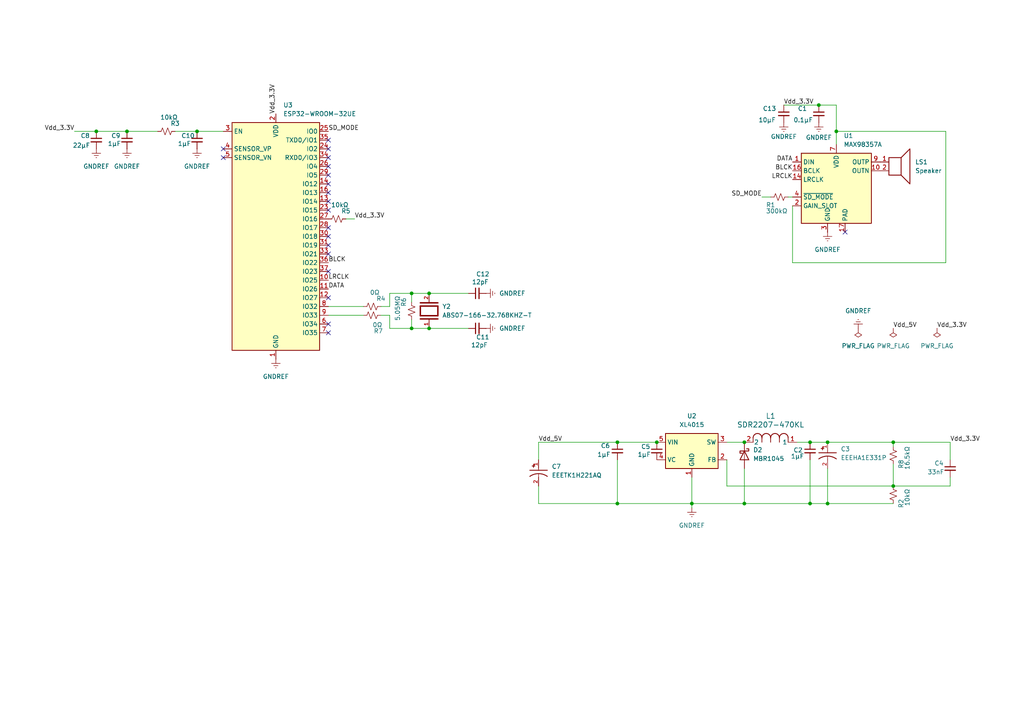
<source format=kicad_sch>
(kicad_sch (version 20250114) (generator "eeschema") (generator_version "9.0")
  (paper "A4")
  (lib_symbols
    (symbol "2025-11-03_09-40-57:SDR2207-470KL" (pin_names (offset 0.254))
      (property "Reference" "L" (at 6.985 5.08 0))
      (property "Value" "SDR2207-470KL" (at 6.985 -2.54 0))
      (symbol "SDR2207-470KL_1_1"
        (polyline (pts (xy 2.54 0) (xy 2.54 1.27)) (stroke (width 0.2032)))
        (arc (start 2.54 1.27) (mid 3.81 2.5344) (end 5.08 1.27) (stroke (width 0.254)))
        (polyline (pts (xy 5.08 0) (xy 5.08 1.27)) (stroke (width 0.2032)))
        (arc (start 5.08 1.27) (mid 6.35 2.5344) (end 7.62 1.27) (stroke (width 0.254)))
        (polyline (pts (xy 7.62 0) (xy 7.62 1.27)) (stroke (width 0.2032)))
        (arc (start 7.62 1.27) (mid 8.89 2.5344) (end 10.16 1.27) (stroke (width 0.254)))
        (polyline (pts (xy 10.16 0) (xy 10.16 1.27)) (stroke (width 0.2032)))
        (arc (start 10.16 1.27) (mid 11.43 2.5344) (end 12.7 1.27) (stroke (width 0.254)))
        (polyline (pts (xy 12.7 0) (xy 12.7 1.27)) (stroke (width 0.2032)))
        (pin unspecified line (at 0 0 0) (length 2.54) (name "2") (number "2"))
        (pin unspecified line (at 15.24 0 180) (length 2.54) (name "1") (number "1"))
      )
      (symbol "SDR2207-470KL_1_2"
        (arc (start -1.27 10.16) (mid -2.5344 11.43) (end -1.27 12.7) (stroke (width 0.254)))
        (arc (start -1.27 7.62) (mid -2.5344 8.89) (end -1.27 10.16) (stroke (width 0.254)))
        (arc (start -1.27 5.08) (mid -2.5344 6.35) (end -1.27 7.62) (stroke (width 0.254)))
        (arc (start -1.27 2.54) (mid -2.5344 3.81) (end -1.27 5.08) (stroke (width 0.254)))
        (polyline (pts (xy 0 12.7) (xy -1.27 12.7)) (stroke (width 0.2032)))
        (polyline (pts (xy 0 10.16) (xy -1.27 10.16)) (stroke (width 0.2032)))
        (polyline (pts (xy 0 7.62) (xy -1.27 7.62)) (stroke (width 0.2032)))
        (polyline (pts (xy 0 5.08) (xy -1.27 5.08)) (stroke (width 0.2032)))
        (polyline (pts (xy 0 2.54) (xy -1.27 2.54)) (stroke (width 0.2032)))
        (pin unspecified line (at 0 15.24 270) (length 2.54) (name "1") (number "1"))
        (pin unspecified line (at 0 0 90) (length 2.54) (name "2") (number "2"))
      )
    )
    (symbol "ABS07-166-32.768KHZ-T:ABS07-166-32.768KHZ-T" (pin_names (offset 1.016))
      (property "Reference" "Y" (at -5.0878 3.8159 0))
      (property "Value" "ABS07-166-32.768KHZ-T" (at -5.0944 -5.0944 0))
      (symbol "ABS07-166-32.768KHZ-T_0_0"
        (polyline (pts (xy -2.3368 2.54) (xy -2.3368 -2.54)) (stroke (width 0.4064)))
        (polyline (pts (xy -1.397 2.54) (xy -1.397 -2.54)) (stroke (width 0.4064)))
        (polyline (pts (xy -1.397 2.54) (xy 1.397 2.54)) (stroke (width 0.4064)))
        (polyline (pts (xy 1.397 2.54) (xy 1.397 -2.54)) (stroke (width 0.4064)))
        (polyline (pts (xy 1.397 -2.54) (xy -1.397 -2.54)) (stroke (width 0.4064)))
        (polyline (pts (xy 2.3368 2.54) (xy 2.3368 -2.54)) (stroke (width 0.4064)))
        (pin passive line (at -5.08 0 0) (length 2.54) (name "~") (number "1"))
        (pin passive line (at 5.08 0 180) (length 2.54) (name "~") (number "2"))
      )
    )
    (symbol "Audio:MAX98357A"
      (property "Reference" "U" (at -8.89 11.43 0))
      (property "Value" "MAX98357A" (at 10.16 11.43 0))
      (symbol "MAX98357A_1_1"
        (rectangle (start -10.16 10.16) (end 10.16 -10.16) (stroke (width 0.254)) (fill (type background)))
        (pin input line (at -12.7 7.62 0) (length 2.54) (name "DIN") (number "1"))
        (pin input line (at -12.7 5.08 0) (length 2.54) (name "BCLK") (number "16"))
        (pin input line (at -12.7 2.54 0) (length 2.54) (name "LRCLK") (number "14"))
        (pin input line (at -12.7 -2.54 0) (length 2.54) (name "~{SD_MODE}") (number "4"))
        (pin passive line (at -12.7 -5.08 0) (length 2.54) (name "GAIN_SLOT") (number "2"))
        (pin passive line (at -2.54 -12.7 90) (length 2.54) (hide yes) (name "GND") (number "11"))
        (pin passive line (at -2.54 -12.7 90) (length 2.54) (hide yes) (name "GND") (number "15"))
        (pin power_in line (at -2.54 -12.7 90) (length 2.54) (name "GND") (number "3"))
        (pin power_in line (at 0 12.7 270) (length 2.54) (name "VDD") (number "7"))
        (pin passive line (at 0 12.7 270) (length 2.54) (hide yes) (name "VDD") (number "8"))
        (pin unspecified line (at 2.54 -12.7 90) (length 2.54) (name "PAD") (number "17"))
        (pin no_connect line (at 10.16 2.54 180) (length 2.54) (hide yes) (name "NC") (number "5"))
        (pin no_connect line (at 10.16 0 180) (length 2.54) (hide yes) (name "NC") (number "6"))
        (pin no_connect line (at 10.16 -5.08 180) (length 2.54) (hide yes) (name "NC") (number "12"))
        (pin no_connect line (at 10.16 -7.62 180) (length 2.54) (hide yes) (name "NC") (number "13"))
        (pin output line (at 12.7 7.62 180) (length 2.54) (name "OUTP") (number "9"))
        (pin output line (at 12.7 5.08 180) (length 2.54) (name "OUTN") (number "10"))
      )
    )
    (symbol "Device:C_Small" (pin_numbers (hide yes)) (pin_names (offset 0.254) (hide yes))
      (property "Reference" "C" (at 0.254 1.778 0))
      (property "Value" "C_Small" (at 0.254 -2.032 0))
      (symbol "C_Small_0_1"
        (polyline (pts (xy -1.524 0.508) (xy 1.524 0.508)) (stroke (width 0.3048)))
        (polyline (pts (xy -1.524 -0.508) (xy 1.524 -0.508)) (stroke (width 0.3302)))
      )
      (symbol "C_Small_1_1"
        (pin passive line (at 0 2.54 270) (length 2.032) (name "~") (number "1"))
        (pin passive line (at 0 -2.54 90) (length 2.032) (name "~") (number "2"))
      )
    )
    (symbol "Device:R_Small_US" (pin_numbers (hide yes)) (pin_names (offset 0.254) (hide yes))
      (property "Reference" "R" (at 0.762 0.508 0))
      (property "Value" "R_Small_US" (at 0.762 -1.016 0))
      (symbol "R_Small_US_1_1"
        (polyline (pts (xy 0 1.524) (xy 1.016 1.143) (xy 0 0.762) (xy -1.016 0.381) (xy 0 0)))
        (polyline (pts (xy 0 0) (xy 1.016 -0.381) (xy 0 -0.762) (xy -1.016 -1.143) (xy 0 -1.524)))
        (pin passive line (at 0 2.54 270) (length 1.016) (name "~") (number "1"))
        (pin passive line (at 0 -2.54 90) (length 1.016) (name "~") (number "2"))
      )
    )
    (symbol "Device:Speaker" (pin_names (offset 0) (hide yes))
      (property "Reference" "LS" (at 1.27 5.715 0))
      (property "Value" "Speaker" (at 1.27 3.81 0))
      (symbol "Speaker_0_0"
        (rectangle (start -2.54 1.27) (end 1.016 -3.81) (stroke (width 0.254)))
        (polyline (pts (xy 1.016 1.27) (xy 3.556 3.81) (xy 3.556 -6.35) (xy 1.016 -3.81)) (stroke (width 0.254)))
      )
      (symbol "Speaker_1_1"
        (pin input line (at -5.08 0 0) (length 2.54) (name "1") (number "1"))
        (pin input line (at -5.08 -2.54 0) (length 2.54) (name "2") (number "2"))
      )
    )
    (symbol "Diode:MBR745" (pin_numbers (hide yes)) (pin_names (offset 1.016) (hide yes))
      (property "Reference" "D" (at 0 2.54 0))
      (property "Value" "MBR745" (at 0 -2.54 0))
      (symbol "MBR745_0_1"
        (polyline (pts (xy -1.905 0.635) (xy -1.905 1.27) (xy -1.27 1.27) (xy -1.27 -1.27) (xy -0.635 -1.27) (xy -0.635 -0.635)) (stroke (width 0.254)))
        (polyline (pts (xy 1.27 1.27) (xy 1.27 -1.27) (xy -1.27 0) (xy 1.27 1.27)) (stroke (width 0.254)))
        (polyline (pts (xy 1.27 0) (xy -1.27 0)))
      )
      (symbol "MBR745_1_1"
        (pin passive line (at -3.81 0 0) (length 2.54) (name "K") (number "1"))
        (pin passive line (at 3.81 0 180) (length 2.54) (name "A") (number "2"))
      )
    )
    (symbol "EEEHA1E331P:EEEHA1E331P" (pin_names (offset 1.016))
      (property "Reference" "C" (at -2.54 3.81 0))
      (property "Value" "EEEHA1E331P" (at -2.54 -5.08 0))
      (symbol "EEEHA1E331P_0_0"
        (rectangle (start -1.173 -1.532) (end -0.284 -1.405) (stroke (width 0.1)) (fill (type outline)))
        (rectangle (start -0.792 -1.913) (end -0.665 -1.024) (stroke (width 0.1)) (fill (type outline)))
        (polyline (pts (xy 0 0) (xy 0.508 0)) (stroke (width 0.1524)))
        (polyline (pts (xy 0.508 2.54) (xy 0.508 0)) (stroke (width 0.254)))
        (polyline (pts (xy 0.508 0) (xy 0.508 -2.54)) (stroke (width 0.254)))
        (polyline (pts (xy 2.54 0) (xy 1.524 0)) (stroke (width 0.1524)))
        (arc (start 2.286 -2.54) (mid 1.4851 0) (end 2.286 2.54) (stroke (width 0.254)))
        (pin passive line (at -2.54 0 0) (length 2.54) (name "~") (number "1"))
        (pin passive line (at 5.08 0 180) (length 2.54) (name "~") (number "2"))
      )
    )
    (symbol "EEETK1H221AQ:EEETK1H221AQ" (pin_names (offset 1.016))
      (property "Reference" "C" (at -2.54 3.81 0))
      (property "Value" "EEETK1H221AQ" (at -2.54 -5.08 0))
      (symbol "EEETK1H221AQ_0_0"
        (rectangle (start -1.173 -1.532) (end -0.284 -1.405) (stroke (width 0.1)) (fill (type outline)))
        (rectangle (start -0.792 -1.913) (end -0.665 -1.024) (stroke (width 0.1)) (fill (type outline)))
        (polyline (pts (xy 0 0) (xy 0.508 0)) (stroke (width 0.1524)))
        (polyline (pts (xy 0.508 2.54) (xy 0.508 0)) (stroke (width 0.254)))
        (polyline (pts (xy 0.508 0) (xy 0.508 -2.54)) (stroke (width 0.254)))
        (polyline (pts (xy 2.54 0) (xy 1.524 0)) (stroke (width 0.1524)))
        (arc (start 2.286 -2.54) (mid 1.4851 0) (end 2.286 2.54) (stroke (width 0.254)))
        (pin passive line (at -2.54 0 0) (length 2.54) (name "~") (number "1"))
        (pin passive line (at 5.08 0 180) (length 2.54) (name "~") (number "2"))
      )
    )
    (symbol "RF_Module:ESP32-WROOM-32UE"
      (property "Reference" "U3" (at 2.1433 38.1 0))
      (property "Value" "ESP32-WROOM-32UE" (at 2.1433 35.56 0))
      (symbol "ESP32-WROOM-32UE_0_1"
        (rectangle (start -12.7 33.02) (end 12.7 -33.02) (stroke (width 0.254)) (fill (type background)))
      )
      (symbol "ESP32-WROOM-32UE_1_1"
        (pin input line (at -15.24 30.48 0) (length 2.54) (name "EN") (number "3"))
        (pin input line (at -15.24 25.4 0) (length 2.54) (name "SENSOR_VP") (number "4"))
        (pin input line (at -15.24 22.86 0) (length 2.54) (name "SENSOR_VN") (number "5"))
        (pin no_connect line (at -12.7 0 0) (length 2.54) (hide yes) (name "NC") (number "21"))
        (pin no_connect line (at -12.7 -2.54 0) (length 2.54) (hide yes) (name "NC") (number "22"))
        (pin no_connect line (at -12.7 -5.08 0) (length 2.54) (hide yes) (name "NC") (number "17"))
        (pin no_connect line (at -12.7 -7.62 0) (length 2.54) (hide yes) (name "NC") (number "18"))
        (pin no_connect line (at -12.7 -10.16 0) (length 2.54) (hide yes) (name "NC") (number "20"))
        (pin no_connect line (at -12.7 -12.7 0) (length 2.54) (hide yes) (name "NC") (number "19"))
        (pin no_connect line (at -12.7 -27.94 0) (length 2.54) (hide yes) (name "NC") (number "32"))
        (pin power_in line (at 0 35.56 270) (length 2.54) (name "VDD") (number "2"))
        (pin power_in line (at 0 -35.56 90) (length 2.54) (name "GND") (number "1"))
        (pin passive line (at 0 -35.56 90) (length 2.54) (hide yes) (name "GND") (number "15"))
        (pin passive line (at 0 -35.56 90) (length 2.54) (hide yes) (name "GND") (number "38"))
        (pin passive line (at 0 -35.56 90) (length 2.54) (hide yes) (name "GND") (number "39"))
        (pin bidirectional line (at 15.24 30.48 180) (length 2.54) (name "IO0") (number "25"))
        (pin bidirectional line (at 15.24 27.94 180) (length 2.54) (name "TXD0/IO1") (number "35"))
        (pin bidirectional line (at 15.24 25.4 180) (length 2.54) (name "IO2") (number "24"))
        (pin bidirectional line (at 15.24 22.86 180) (length 2.54) (name "RXD0/IO3") (number "34"))
        (pin bidirectional line (at 15.24 20.32 180) (length 2.54) (name "IO4") (number "26"))
        (pin bidirectional line (at 15.24 17.78 180) (length 2.54) (name "IO5") (number "29"))
        (pin bidirectional line (at 15.24 15.24 180) (length 2.54) (name "IO12") (number "14"))
        (pin bidirectional line (at 15.24 12.7 180) (length 2.54) (name "IO13") (number "16"))
        (pin bidirectional line (at 15.24 10.16 180) (length 2.54) (name "IO14") (number "13"))
        (pin bidirectional line (at 15.24 7.62 180) (length 2.54) (name "IO15") (number "23"))
        (pin bidirectional line (at 15.24 5.08 180) (length 2.54) (name "IO16") (number "27"))
        (pin bidirectional line (at 15.24 2.54 180) (length 2.54) (name "IO17") (number "28"))
        (pin bidirectional line (at 15.24 0 180) (length 2.54) (name "IO18") (number "30"))
        (pin bidirectional line (at 15.24 -2.54 180) (length 2.54) (name "IO19") (number "31"))
        (pin bidirectional line (at 15.24 -5.08 180) (length 2.54) (name "IO21") (number "33"))
        (pin bidirectional line (at 15.24 -7.62 180) (length 2.54) (name "IO22") (number "36"))
        (pin bidirectional line (at 15.24 -10.16 180) (length 2.54) (name "IO23") (number "37"))
        (pin bidirectional line (at 15.24 -12.7 180) (length 2.54) (name "IO25") (number "10"))
        (pin bidirectional line (at 15.24 -15.24 180) (length 2.54) (name "IO26") (number "11"))
        (pin bidirectional line (at 15.24 -17.78 180) (length 2.54) (name "IO27") (number "12"))
        (pin bidirectional line (at 15.24 -20.32 180) (length 2.54) (name "IO32") (number "8"))
        (pin bidirectional line (at 15.24 -22.86 180) (length 2.54) (name "IO33") (number "9"))
        (pin input line (at 15.24 -25.4 180) (length 2.54) (name "IO34") (number "6"))
        (pin input line (at 15.24 -27.94 180) (length 2.54) (name "IO35") (number "7"))
      )
    )
    (symbol "Regulator_Switching:XL4015"
      (property "Reference" "U?" (at -6.35 6.35 0))
      (property "Value" "XL4015" (at 6.35 6.35 0))
      (symbol "XL4015_0_1"
        (rectangle (start -7.62 5.08) (end 7.62 -5.08) (stroke (width 0.254)) (fill (type background)))
      )
      (symbol "XL4015_1_1"
        (pin power_in line (at -10.16 2.54 0) (length 2.54) (name "VIN") (number "5"))
        (pin input line (at -10.16 -2.54 0) (length 2.54) (name "VC") (number "4"))
        (pin power_in line (at 0 -7.62 90) (length 2.54) (name "GND") (number "1"))
        (pin power_out line (at 10.16 2.54 180) (length 2.54) (name "SW") (number "3"))
        (pin input line (at 10.16 -2.54 180) (length 2.54) (name "FB") (number "2"))
      )
    )
    (symbol "power:GNDREF" (power) (pin_numbers (hide yes)) (pin_names (offset 0) (hide yes))
      (property "Value" "GNDREF" (at 0 -3.81 0))
      (symbol "GNDREF_0_1"
        (polyline (pts (xy -0.635 -1.905) (xy 0.635 -1.905)))
        (polyline (pts (xy -0.127 -2.54) (xy 0.127 -2.54)))
        (polyline (pts (xy 0 -1.27) (xy 0 0)))
        (polyline (pts (xy 1.27 -1.27) (xy -1.27 -1.27)))
      )
      (symbol "GNDREF_1_1"
        (pin power_in line (at 0 0 270) (length 0) (name "~") (number "1"))
      )
    )
    (symbol "power:PWR_FLAG" (power) (pin_numbers (hide yes)) (pin_names (offset 0) (hide yes))
      (property "Value" "PWR_FLAG" (at 0 3.81 0))
      (symbol "PWR_FLAG_0_0"
        (pin power_out line (at 0 0 90) (length 0) (name "~") (number "1"))
      )
      (symbol "PWR_FLAG_0_1"
        (polyline (pts (xy 0 0) (xy 0 1.27) (xy -1.016 1.905) (xy 0 2.54) (xy 1.016 1.905) (xy 0 1.27)))
      )
    )
  )
  (junction (at 190.5 128.27))
  (junction (at 36.83 38.1))
  (junction (at 179.07 146.05))
  (junction (at 240.03 128.27))
  (junction (at 240.03 146.05))
  (junction (at 27.94 38.1))
  (junction (at 200.66 146.05))
  (junction (at 215.9 146.05))
  (junction (at 259.08 128.27))
  (junction (at 119.38 85.09))
  (junction (at 57.15 38.1))
  (junction (at 237.49 30.48))
  (junction (at 215.9 128.27))
  (junction (at 259.08 140.97))
  (junction (at 234.95 146.05))
  (junction (at 124.46 85.09))
  (junction (at 242.57 38.1))
  (junction (at 119.38 95.25))
  (junction (at 234.95 128.27))
  (junction (at 124.46 95.25))
  (junction (at 179.07 128.27))
  (no_connect (at 95.25 71.12))
  (no_connect (at 95.25 66.04))
  (no_connect (at 64.77 45.72))
  (no_connect (at 95.25 43.18))
  (no_connect (at 95.25 45.72))
  (no_connect (at 95.25 68.58))
  (no_connect (at 95.25 73.66))
  (no_connect (at 245.11 67.31))
  (no_connect (at 95.25 60.96))
  (no_connect (at 95.25 40.64))
  (no_connect (at 95.25 55.88))
  (no_connect (at 95.25 93.98))
  (no_connect (at 95.25 53.34))
  (no_connect (at 95.25 78.74))
  (no_connect (at 95.25 96.52))
  (no_connect (at 95.25 86.36))
  (no_connect (at 95.25 48.26))
  (no_connect (at 95.25 58.42))
  (no_connect (at 64.77 43.18))
  (no_connect (at 95.25 50.8))
  (wire (pts (xy 275.59 138.43) (xy 275.59 140.97)))
  (wire (pts (xy 179.07 128.27) (xy 190.5 128.27)))
  (wire (pts (xy 113.03 85.09) (xy 119.38 85.09)))
  (wire (pts (xy 119.38 95.25) (xy 124.46 95.25)))
  (wire (pts (xy 36.83 38.1) (xy 45.72 38.1)))
  (wire (pts (xy 240.03 135.89) (xy 240.03 146.05)))
  (wire (pts (xy 100.33 63.5) (xy 102.87 63.5)))
  (wire (pts (xy 210.82 140.97) (xy 259.08 140.97)))
  (wire (pts (xy 200.66 146.05) (xy 215.9 146.05)))
  (wire (pts (xy 210.82 133.35) (xy 210.82 140.97)))
  (wire (pts (xy 27.94 38.1) (xy 36.83 38.1)))
  (wire (pts (xy 275.59 128.27) (xy 259.08 128.27)))
  (wire (pts (xy 200.66 146.05) (xy 179.07 146.05)))
  (wire (pts (xy 223.52 57.15) (xy 220.98 57.15)))
  (wire (pts (xy 215.9 135.89) (xy 215.9 146.05)))
  (wire (pts (xy 227.33 30.48) (xy 237.49 30.48)))
  (wire (pts (xy 274.32 76.2) (xy 229.87 76.2)))
  (wire (pts (xy 179.07 146.05) (xy 179.07 133.35)))
  (wire (pts (xy 156.21 146.05) (xy 156.21 140.97)))
  (wire (pts (xy 113.03 95.25) (xy 119.38 95.25)))
  (wire (pts (xy 124.46 95.25) (xy 135.89 95.25)))
  (wire (pts (xy 95.25 88.9) (xy 105.41 88.9)))
  (wire (pts (xy 50.8 38.1) (xy 57.15 38.1)))
  (wire (pts (xy 275.59 128.27) (xy 275.59 133.35)))
  (wire (pts (xy 215.9 146.05) (xy 234.95 146.05)))
  (wire (pts (xy 234.95 133.35) (xy 234.95 146.05)))
  (wire (pts (xy 259.08 134.62) (xy 259.08 140.97)))
  (wire (pts (xy 95.25 91.44) (xy 105.41 91.44)))
  (wire (pts (xy 119.38 92.71) (xy 119.38 95.25)))
  (wire (pts (xy 200.66 138.43) (xy 200.66 146.05)))
  (wire (pts (xy 110.49 91.44) (xy 113.03 91.44)))
  (wire (pts (xy 259.08 140.97) (xy 275.59 140.97)))
  (wire (pts (xy 156.21 128.27) (xy 179.07 128.27)))
  (wire (pts (xy 231.14 128.27) (xy 234.95 128.27)))
  (wire (pts (xy 113.03 88.9) (xy 113.03 85.09)))
  (wire (pts (xy 110.49 88.9) (xy 113.03 88.9)))
  (wire (pts (xy 57.15 38.1) (xy 64.77 38.1)))
  (wire (pts (xy 234.95 128.27) (xy 240.03 128.27)))
  (wire (pts (xy 113.03 91.44) (xy 113.03 95.25)))
  (wire (pts (xy 242.57 38.1) (xy 242.57 30.48)))
  (wire (pts (xy 242.57 41.91) (xy 242.57 38.1)))
  (wire (pts (xy 234.95 146.05) (xy 240.03 146.05)))
  (wire (pts (xy 210.82 128.27) (xy 215.9 128.27)))
  (wire (pts (xy 242.57 38.1) (xy 274.32 38.1)))
  (wire (pts (xy 124.46 85.09) (xy 135.89 85.09)))
  (wire (pts (xy 228.6 57.15) (xy 229.87 57.15)))
  (wire (pts (xy 119.38 85.09) (xy 119.38 87.63)))
  (wire (pts (xy 156.21 128.27) (xy 156.21 133.35)))
  (wire (pts (xy 21.59 38.1) (xy 27.94 38.1)))
  (wire (pts (xy 179.07 146.05) (xy 156.21 146.05)))
  (wire (pts (xy 240.03 128.27) (xy 259.08 128.27)))
  (wire (pts (xy 200.66 147.32) (xy 200.66 146.05)))
  (wire (pts (xy 259.08 129.54) (xy 259.08 128.27)))
  (wire (pts (xy 237.49 30.48) (xy 242.57 30.48)))
  (wire (pts (xy 229.87 76.2) (xy 229.87 59.69)))
  (wire (pts (xy 274.32 38.1) (xy 274.32 76.2)))
  (wire (pts (xy 240.03 146.05) (xy 259.08 146.05)))
  (wire (pts (xy 119.38 85.09) (xy 124.46 85.09)))
  (label "BLCK" (at 229.87 49.53 180))
  (label "Vdd_5V" (at 259.08 95.25 0))
  (label "LRCLK" (at 95.25 81.28 0))
  (label "DATA" (at 229.87 46.99 180))
  (label "Vdd_5V" (at 156.21 128.27 0))
  (label "Vdd_3.3V" (at 227.33 30.48 0))
  (label "SD_MODE" (at 220.98 57.15 180))
  (label "BLCK" (at 95.25 76.2 0))
  (label "Vdd_3.3V" (at 80.01 33.02 90))
  (label "DATA" (at 95.25 83.82 0))
  (label "LRCLK" (at 229.87 52.07 180))
  (label "Vdd_3.3V" (at 271.78 95.25 0))
  (label "Vdd_3.3V" (at 102.87 63.5 0))
  (label "SD_MODE" (at 95.25 38.1 0))
  (label "Vdd_3.3V" (at 21.59 38.1 180))
  (label "Vdd_3.3V" (at 275.59 128.27 0))
  (symbol (lib_id "power:PWR_FLAG") (at 248.92 95.25 180) (unit 1)
    (property "Reference" "#FLG03" (effects (hide yes)))
    (property "Value" "PWR_FLAG" (at 248.92 100.33 0))
    (property "Description" "Special symbol for telling ERC where power comes from" (effects (hide yes)))
  )
  (symbol (lib_id "Device:C_Small") (at 190.5 130.81 0) (unit 1)
    (property "Reference" "C5" (at 185.928 129.54 0) (effects (justify left)))
    (property "Value" "1µF" (at 184.912 131.826 0) (effects (justify left)))
    (property "Footprint" "Capacitor_SMD:C_0603_1608Metric_Pad1.08x0.95mm_HandSolder" (effects (hide yes)))
    (property "Description" "Unpolarized capacitor, small symbol" (effects (hide yes)))
  )
  (symbol (lib_id "power:GNDREF") (at 227.33 35.56 0) (unit 1)
    (property "Reference" "#PWR02" (effects (hide yes)))
    (property "Value" "GNDREF" (at 227.33 39.624 0))
    (property "Description" "Power symbol creates a global label with name \"GNDREF\" , reference supply ground" (effects (hide yes)))
  )
  (symbol (lib_id "Device:C_Small") (at 227.33 33.02 0) (unit 1)
    (property "Reference" "C13" (at 221.234 31.496 0) (effects (justify left)))
    (property "Value" "10µF" (at 219.964 34.798 0) (effects (justify left)))
    (property "Footprint" "Capacitor_SMD:C_0603_1608Metric_Pad1.08x0.95mm_HandSolder" (effects (hide yes)))
    (property "Description" "Unpolarized capacitor, small symbol" (effects (hide yes)))
  )
  (symbol (lib_id "EEEHA1E331P:EEEHA1E331P") (at 240.03 130.81 270) (unit 1)
    (property "Reference" "C3" (at 243.84 130.2365 90) (effects (justify left)))
    (property "Value" "EEEHA1E331P" (at 243.84 132.7765 90) (effects (justify left)))
    (property "Footprint" "EEE_HA1E331P:CAP_EEEHA1E331P" (effects (hide yes)))
    (property "PARTREV" "10-Oct-19" (effects (hide yes)))
    (property "STANDARD" "Manufacturer Recommendations" (effects (hide yes)))
    (property "MAXIMUM_PACKAGE_HEIGHT" "10.2mm" (effects (hide yes)))
    (property "MANUFACTURER" "Panasonic" (effects (hide yes)))
  )
  (symbol (lib_id "Regulator_Switching:XL4015") (at 200.66 130.81 0) (unit 1)
    (property "Reference" "U2" (at 200.66 120.65 0))
    (property "Value" "XL4015" (at 200.66 123.19 0))
    (property "Footprint" "Package_TO_SOT_SMD:TO-263-5_TabPin3" (effects (hide yes)))
    (property "Datasheet" "http://www.xlsemi.net/datasheet/XL4015%20datasheet-English.pdf" (effects (hide yes)))
    (property "Description" "5A 180kHz 36V Buck DC to DC Converter" (effects (hide yes)))
  )
  (symbol (lib_id "Device:C_Small") (at 179.07 130.81 0) (unit 1)
    (property "Reference" "C6" (at 174.244 129.286 0) (effects (justify left)))
    (property "Value" "1µF" (at 173.228 131.826 0) (effects (justify left)))
    (property "Footprint" "Capacitor_SMD:C_0603_1608Metric_Pad1.08x0.95mm_HandSolder" (effects (hide yes)))
    (property "Description" "Unpolarized capacitor, small symbol" (effects (hide yes)))
  )
  (symbol (lib_id "power:GNDREF") (at 27.94 43.18 0) (unit 1)
    (property "Reference" "#PWR06" (effects (hide yes)))
    (property "Value" "GNDREF" (at 27.94 48.26 0))
    (property "Description" "Power symbol creates a global label with name \"GNDREF\" , reference supply ground" (effects (hide yes)))
  )
  (symbol (lib_id "Device:R_Small_US") (at 97.79 63.5 270) (unit 1)
    (property "Reference" "R5" (at 100.33 61.214 90))
    (property "Value" "10kΩ" (at 98.552 59.436 90))
    (property "Footprint" "Resistor_SMD:R_0603_1608Metric_Pad0.98x0.95mm_HandSolder" (effects (hide yes)))
    (property "Description" "Resistor, small US symbol" (effects (hide yes)))
  )
  (symbol (lib_id "Device:R_Small_US") (at 107.95 91.44 270) (unit 1)
    (property "Reference" "R7" (at 109.728 96.012 90))
    (property "Value" "0Ω" (at 109.474 94.234 90))
    (property "Footprint" "Resistor_SMD:R_0603_1608Metric_Pad0.98x0.95mm_HandSolder" (effects (hide yes)))
    (property "Description" "Resistor, small US symbol" (effects (hide yes)))
  )
  (symbol (lib_id "power:GNDREF") (at 200.66 147.32 0) (unit 1)
    (property "Reference" "#PWR04" (effects (hide yes)))
    (property "Value" "GNDREF" (at 200.66 152.4 0))
    (property "Description" "Power symbol creates a global label with name \"GNDREF\" , reference supply ground" (effects (hide yes)))
  )
  (symbol (lib_id "Device:Speaker") (at 260.35 46.99 0) (unit 1)
    (property "Reference" "LS1" (at 265.43 46.9899 0) (effects (justify left)))
    (property "Value" "Speaker" (at 265.43 49.5299 0) (effects (justify left)))
    (property "Description" "Speaker" (effects (hide yes)))
  )
  (symbol (lib_id "RF_Module:ESP32-WROOM-32UE") (at 80.01 68.58 0) (unit 1)
    (property "Reference" "U3" (at 82.1533 30.48 0) (effects (justify left)))
    (property "Value" "ESP32-WROOM-32UE" (at 82.1533 33.02 0) (effects (justify left)))
    (property "Footprint" "RF_Module:ESP32-WROOM-32UE" (effects (hide yes)))
    (property "Datasheet" "https://www.espressif.com/sites/default/files/documentation/esp32-wroom-32e_esp32-wroom-32ue_datasheet_en.pdf" (effects (hide yes)))
    (property "Description" "RF Module, ESP32-D0WD-V3 SoC, without PSRAM, Wi-Fi 802.11b/g/n, Bluetooth, BLE, 32-bit, 2.7-3.6V, external antenna, SMD" (effects (hide yes)))
  )
  (symbol (lib_id "Device:C_Small") (at 138.43 85.09 90) (unit 1)
    (property "Reference" "C12" (at 141.986 79.502 90) (effects (justify left)))
    (property "Value" "12pF" (at 141.732 81.788 90) (effects (justify left)))
    (property "Description" "Unpolarized capacitor, small symbol" (effects (hide yes)))
  )
  (symbol (lib_id "Device:R_Small_US") (at 107.95 88.9 270) (unit 1)
    (property "Reference" "R4" (at 110.49 86.614 90))
    (property "Value" "0Ω" (at 108.712 84.836 90))
    (property "Footprint" "Resistor_SMD:R_0603_1608Metric_Pad0.98x0.95mm_HandSolder" (effects (hide yes)))
    (property "Description" "Resistor, small US symbol" (effects (hide yes)))
  )
  (symbol (lib_id "power:PWR_FLAG") (at 271.78 95.25 180) (unit 1)
    (property "Reference" "#FLG02" (effects (hide yes)))
    (property "Value" "PWR_FLAG" (at 271.78 100.33 0))
    (property "Description" "Special symbol for telling ERC where power comes from" (effects (hide yes)))
  )
  (symbol (lib_id "power:GNDREF") (at 240.03 67.31 0) (unit 1)
    (property "Reference" "#PWR01" (effects (hide yes)))
    (property "Value" "GNDREF" (at 240.03 72.39 0))
    (property "Description" "Power symbol creates a global label with name \"GNDREF\" , reference supply ground" (effects (hide yes)))
  )
  (symbol (lib_id "power:GNDREF") (at 36.83 43.18 0) (unit 1)
    (property "Reference" "#PWR07" (effects (hide yes)))
    (property "Value" "GNDREF" (at 36.83 48.26 0))
    (property "Description" "Power symbol creates a global label with name \"GNDREF\" , reference supply ground" (effects (hide yes)))
  )
  (symbol (lib_id "Device:C_Small") (at 27.94 40.64 0) (unit 1)
    (property "Reference" "C8" (at 23.368 39.37 0) (effects (justify left)))
    (property "Value" "22µF" (at 21.082 42.164 0) (effects (justify left)))
    (property "Footprint" "Capacitor_SMD:C_0603_1608Metric_Pad1.08x0.95mm_HandSolder" (effects (hide yes)))
    (property "Description" "Unpolarized capacitor, small symbol" (effects (hide yes)))
  )
  (symbol (lib_id "power:GNDREF") (at 140.97 95.25 90) (unit 1)
    (property "Reference" "#PWR010" (effects (hide yes)))
    (property "Value" "GNDREF" (at 144.78 95.2499 90) (effects (justify right)))
    (property "Description" "Power symbol creates a global label with name \"GNDREF\" , reference supply ground" (effects (hide yes)))
  )
  (symbol (lib_id "power:GNDREF") (at 57.15 43.18 0) (unit 1)
    (property "Reference" "#PWR08" (effects (hide yes)))
    (property "Value" "GNDREF" (at 57.15 48.26 0))
    (property "Description" "Power symbol creates a global label with name \"GNDREF\" , reference supply ground" (effects (hide yes)))
  )
  (symbol (lib_id "Device:R_Small_US") (at 259.08 132.08 180) (unit 1)
    (property "Reference" "R8" (at 261.366 134.62 90))
    (property "Value" "16.5kΩ" (at 263.144 132.842 90))
    (property "Footprint" "Resistor_SMD:R_0603_1608Metric_Pad0.98x0.95mm_HandSolder" (effects (hide yes)))
    (property "Description" "Resistor, small US symbol" (effects (hide yes)))
  )
  (symbol (lib_id "Device:R_Small_US") (at 226.06 57.15 90) (unit 1)
    (property "Reference" "R1" (at 223.52 59.436 90))
    (property "Value" "300kΩ" (at 225.298 61.214 90))
    (property "Footprint" "Resistor_SMD:R_0603_1608Metric_Pad0.98x0.95mm_HandSolder" (effects (hide yes)))
    (property "Description" "Resistor, small US symbol" (effects (hide yes)))
  )
  (symbol (lib_id "Device:R_Small_US") (at 259.08 143.51 180) (unit 1)
    (property "Reference" "R2" (at 261.366 146.05 90))
    (property "Value" "10kΩ" (at 263.144 144.272 90))
    (property "Footprint" "Resistor_SMD:R_0603_1608Metric_Pad0.98x0.95mm_HandSolder" (effects (hide yes)))
    (property "Description" "Resistor, small US symbol" (effects (hide yes)))
  )
  (symbol (lib_id "Device:C_Small") (at 237.49 33.02 0) (unit 1)
    (property "Reference" "C1" (at 231.394 31.496 0) (effects (justify left)))
    (property "Value" "0.1µF" (at 230.124 34.798 0) (effects (justify left)))
    (property "Footprint" "Capacitor_SMD:C_0603_1608Metric_Pad1.08x0.95mm_HandSolder" (effects (hide yes)))
    (property "Description" "Unpolarized capacitor, small symbol" (effects (hide yes)))
  )
  (symbol (lib_id "power:GNDREF") (at 140.97 85.09 90) (unit 1)
    (property "Reference" "#PWR011" (effects (hide yes)))
    (property "Value" "GNDREF" (at 144.78 85.0899 90) (effects (justify right)))
    (property "Description" "Power symbol creates a global label with name \"GNDREF\" , reference supply ground" (effects (hide yes)))
  )
  (symbol (lib_id "ABS07-166-32.768KHZ-T:ABS07-166-32.768KHZ-T") (at 124.46 90.17 90) (unit 1)
    (property "Reference" "Y2" (at 128.27 88.8999 90) (effects (justify right)))
    (property "Value" "ABS07-166-32.768KHZ-T" (at 128.27 91.4399 90) (effects (justify right)))
    (property "Footprint" "ABS07-166-32.768KHZ-T:XTAL_ABS07-166-32.768KHZ-T" (effects (hide yes)))
    (property "MF" "Abracon LLC" (effects (hide yes)))
    (property "MAXIMUM_PACKAGE_HEIGHT" "0.9 mm" (effects (hide yes)))
    (property "Package" "SMD-2 Abracon LLC" (effects (hide yes)))
    (property "Price" "None" (effects (hide yes)))
    (property "Check_prices" "https://www.snapeda.com/parts/ABS07-166-32.768KHZ-T/Abracon/view-part/?ref=eda" (effects (hide yes)))
    (property "STANDARD" "Manufacturer Recommendations" (effects (hide yes)))
    (property "PARTREV" "08.19.15" (effects (hide yes)))
    (property "SnapEDA_Link" "https://www.snapeda.com/parts/ABS07-166-32.768KHZ-T/Abracon/view-part/?ref=snap" (effects (hide yes)))
    (property "MP" "ABS07-166-32.768KHZ-T" (effects (hide yes)))
    (property "Description_1" "32.768 kHz ±10ppm Crystal 7pF 70 kOhms 2-SMD, No Lead" (effects (hide yes)))
    (property "Availability" "In Stock" (effects (hide yes)))
    (property "MANUFACTURER" "Abracon" (effects (hide yes)))
  )
  (symbol (lib_id "power:PWR_FLAG") (at 259.08 95.25 180) (unit 1)
    (property "Reference" "#FLG01" (effects (hide yes)))
    (property "Value" "PWR_FLAG" (at 259.08 100.33 0))
    (property "Description" "Special symbol for telling ERC where power comes from" (effects (hide yes)))
  )
  (symbol (lib_id "Device:C_Small") (at 275.59 135.89 0) (unit 1)
    (property "Reference" "C4" (at 271.018 134.366 0) (effects (justify left)))
    (property "Value" "33nF" (at 268.986 136.906 0) (effects (justify left)))
    (property "Footprint" "Capacitor_SMD:C_0603_1608Metric_Pad1.08x0.95mm_HandSolder" (effects (hide yes)))
    (property "Description" "Unpolarized capacitor, small symbol" (effects (hide yes)))
  )
  (symbol (lib_id "Audio:MAX98357A") (at 242.57 54.61 0) (unit 1)
    (property "Reference" "U1" (at 244.7133 39.37 0) (effects (justify left)))
    (property "Value" "MAX98357A" (at 244.7133 41.91 0) (effects (justify left)))
    (property "Footprint" "Package_DFN_QFN:TQFN-16-1EP_3x3mm_P0.5mm_EP1.23x1.23mm" (effects (hide yes)))
    (property "Datasheet" "https://www.analog.com/media/en/technical-documentation/data-sheets/MAX98357A-MAX98357B.pdf" (effects (hide yes)))
    (property "Description" "Mono DAC with amplifier, I2S, PCM, TDM, 32-bit, 96khz, 3.2W, TQFP-16" (effects (hide yes)))
  )
  (symbol (lib_id "power:GNDREF") (at 248.92 95.25 180) (unit 1)
    (property "Reference" "#PWR09" (effects (hide yes)))
    (property "Value" "GNDREF" (at 248.92 90.17 0))
    (property "Description" "Power symbol creates a global label with name \"GNDREF\" , reference supply ground" (effects (hide yes)))
  )
  (symbol (lib_id "Device:R_Small_US") (at 119.38 90.17 0) (unit 1)
    (property "Reference" "R6" (at 117.094 87.63 90))
    (property "Value" "5.05MΩ" (at 115.316 89.408 90))
    (property "Footprint" "Resistor_SMD:R_0603_1608Metric_Pad0.98x0.95mm_HandSolder" (effects (hide yes)))
    (property "Description" "Resistor, small US symbol" (effects (hide yes)))
  )
  (symbol (lib_id "Device:R_Small_US") (at 48.26 38.1 270) (unit 1)
    (property "Reference" "R3" (at 50.8 35.814 90))
    (property "Value" "10kΩ" (at 49.022 34.036 90))
    (property "Footprint" "Resistor_SMD:R_0603_1608Metric_Pad0.98x0.95mm_HandSolder" (effects (hide yes)))
    (property "Description" "Resistor, small US symbol" (effects (hide yes)))
  )
  (symbol (lib_id "Device:C_Small") (at 57.15 40.64 0) (unit 1)
    (property "Reference" "C10" (at 52.578 39.37 0) (effects (justify left)))
    (property "Value" "1µF" (at 51.562 41.656 0) (effects (justify left)))
    (property "Footprint" "Capacitor_SMD:C_0603_1608Metric_Pad1.08x0.95mm_HandSolder" (effects (hide yes)))
    (property "Description" "Unpolarized capacitor, small symbol" (effects (hide yes)))
  )
  (symbol (lib_id "Device:C_Small") (at 234.95 130.81 0) (unit 1)
    (property "Reference" "C2" (at 230.124 130.556 0) (effects (justify left)))
    (property "Value" "1µF" (at 229.362 132.334 0) (effects (justify left)))
    (property "Footprint" "Capacitor_SMD:C_0603_1608Metric_Pad1.08x0.95mm_HandSolder" (effects (hide yes)))
    (property "Description" "Unpolarized capacitor, small symbol" (effects (hide yes)))
  )
  (symbol (lib_id "Diode:MBR745") (at 215.9 132.08 270) (unit 1)
    (property "Reference" "D2" (at 218.44 130.4924 90) (effects (justify left)))
    (property "Value" "MBR1045" (at 218.44 133.0324 90) (effects (justify left)))
    (property "Footprint" "Package_TO_SOT_THT:TO-220-2_Horizontal_TabDown" (effects (hide yes)))
    (property "Description" "45V 10A Schottky Barrier Rectifier Diode, TO-220" (effects (hide yes)))
  )
  (symbol (lib_id "Device:C_Small") (at 36.83 40.64 0) (unit 1)
    (property "Reference" "C9" (at 32.258 39.37 0) (effects (justify left)))
    (property "Value" "1µF" (at 31.242 41.656 0) (effects (justify left)))
    (property "Footprint" "Capacitor_SMD:C_0603_1608Metric_Pad1.08x0.95mm_HandSolder" (effects (hide yes)))
    (property "Description" "Unpolarized capacitor, small symbol" (effects (hide yes)))
  )
  (symbol (lib_id "EEETK1H221AQ:EEETK1H221AQ") (at 156.21 135.89 270) (unit 1)
    (property "Reference" "C7" (at 160.02 135.3165 90) (effects (justify left)))
    (property "Value" "EEETK1H221AQ" (at 160.02 137.8565 90) (effects (justify left)))
    (property "Footprint" "EEETK1H221AQ:CAP_EEETK1H221AQ" (effects (hide yes)))
    (property "PARTREV" "10-Oct-19" (effects (hide yes)))
    (property "STANDARD" "Manufacturer Recommendations" (effects (hide yes)))
    (property "MAXIMUM_PACKAGE_HEIGHT" "13.5mm" (effects (hide yes)))
    (property "MANUFACTURER" "Panasonic" (effects (hide yes)))
  )
  (symbol (lib_id "power:GNDREF") (at 237.49 35.56 0) (unit 1)
    (property "Reference" "#PWR03" (effects (hide yes)))
    (property "Value" "GNDREF" (at 237.49 39.878 0))
    (property "Description" "Power symbol creates a global label with name \"GNDREF\" , reference supply ground" (effects (hide yes)))
  )
  (symbol (lib_id "power:GNDREF") (at 80.01 104.14 0) (unit 1)
    (property "Reference" "#PWR05" (effects (hide yes)))
    (property "Value" "GNDREF" (at 80.01 109.22 0))
    (property "Description" "Power symbol creates a global label with name \"GNDREF\" , reference supply ground" (effects (hide yes)))
  )
  (symbol (lib_id "2025-11-03_09-40-57:SDR2207-470KL") (at 215.9 128.27 0) (unit 1)
    (property "Reference" "L1" (at 223.52 120.65 0) (effects (font (size 1.524 1.524))))
    (property "Value" "SDR2207-470KL" (at 223.52 123.19 0) (effects (font (size 1.524 1.524))))
    (property "Footprint" "footprints:IND_BOURNS_SDR2207" (effects (hide yes)))
    (property "Datasheet" "SDR2207-470KL" (effects (hide yes)))
  )
  (symbol (lib_id "Device:C_Small") (at 138.43 95.25 90) (unit 1)
    (property "Reference" "C11" (at 141.986 97.79 90) (effects (justify left)))
    (property "Value" "12pF" (at 141.478 100.076 90) (effects (justify left)))
    (property "Description" "Unpolarized capacitor, small symbol" (effects (hide yes)))
  )
)
</source>
